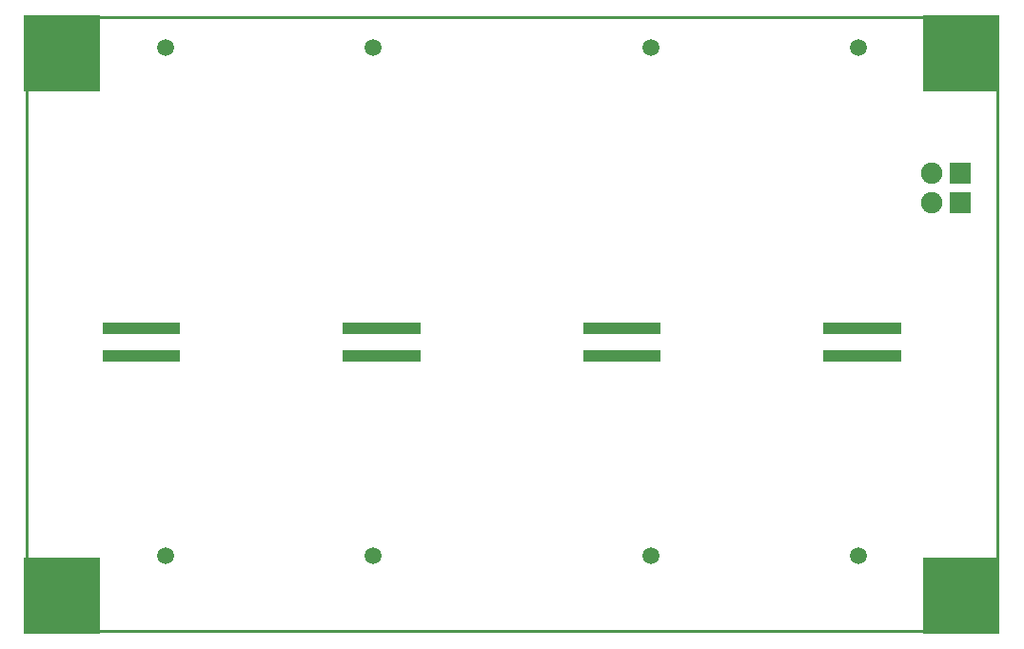
<source format=gbs>
G04 Layer_Color=16711935*
%FSLAX43Y43*%
%MOMM*%
G71*
G01*
G75*
%ADD19C,0.100*%
%ADD20C,0.254*%
%ADD27C,1.900*%
%ADD38R,1.900X1.900*%
%ADD39C,1.516*%
%ADD40R,6.750X6.750*%
%ADD41R,0.630X1.100*%
D19*
X80010Y48260D02*
X86360D01*
X80010D02*
Y54610D01*
Y0D02*
Y6350D01*
X86360D01*
X0Y48260D02*
X6350D01*
Y54610D01*
Y0D02*
Y6350D01*
X0D02*
X6350D01*
D20*
X0Y54610D02*
X86360D01*
Y0D02*
Y54610D01*
X0Y0D02*
X86360D01*
X0D02*
Y54610D01*
D27*
X80550Y40725D02*
D03*
Y38175D02*
D03*
D38*
X83090Y40725D02*
D03*
Y38175D02*
D03*
D39*
X74020Y51950D02*
D03*
X55545D02*
D03*
X30815Y6730D02*
D03*
X12340D02*
D03*
X30815Y51950D02*
D03*
X12340D02*
D03*
X74020Y6730D02*
D03*
X55545D02*
D03*
D40*
X83185Y3175D02*
D03*
Y51435D02*
D03*
X3175D02*
D03*
Y3175D02*
D03*
D41*
X34383Y26975D02*
D03*
X34783D02*
D03*
X33983D02*
D03*
X33583D02*
D03*
X31983D02*
D03*
X32383D02*
D03*
X33183D02*
D03*
X32783D02*
D03*
X29583D02*
D03*
X29983D02*
D03*
X29183D02*
D03*
X28783D02*
D03*
X30383D02*
D03*
X30783D02*
D03*
X31583D02*
D03*
X31183D02*
D03*
X28383D02*
D03*
Y24475D02*
D03*
X31183D02*
D03*
X31583D02*
D03*
X30783D02*
D03*
X30383D02*
D03*
X28783D02*
D03*
X29183D02*
D03*
X29983D02*
D03*
X29583D02*
D03*
X32783D02*
D03*
X33183D02*
D03*
X32383D02*
D03*
X31983D02*
D03*
X33583D02*
D03*
X33983D02*
D03*
X34783D02*
D03*
X34383D02*
D03*
X77150Y26975D02*
D03*
X77550D02*
D03*
X76750D02*
D03*
X76350D02*
D03*
X74750D02*
D03*
X75150D02*
D03*
X75950D02*
D03*
X75550D02*
D03*
X72350D02*
D03*
X72750D02*
D03*
X71950D02*
D03*
X71550D02*
D03*
X73150D02*
D03*
X73550D02*
D03*
X74350D02*
D03*
X73950D02*
D03*
X71150D02*
D03*
Y24475D02*
D03*
X73950D02*
D03*
X74350D02*
D03*
X73550D02*
D03*
X73150D02*
D03*
X71550D02*
D03*
X71950D02*
D03*
X72750D02*
D03*
X72350D02*
D03*
X75550D02*
D03*
X75950D02*
D03*
X75150D02*
D03*
X74750D02*
D03*
X76350D02*
D03*
X76750D02*
D03*
X77550D02*
D03*
X77150D02*
D03*
X13000Y26975D02*
D03*
X13400D02*
D03*
X12600D02*
D03*
X12200D02*
D03*
X10600D02*
D03*
X11000D02*
D03*
X11800D02*
D03*
X11400D02*
D03*
X8200D02*
D03*
X8600D02*
D03*
X7800D02*
D03*
X7400D02*
D03*
X9000D02*
D03*
X9400D02*
D03*
X10200D02*
D03*
X9800D02*
D03*
X7000D02*
D03*
Y24475D02*
D03*
X9800D02*
D03*
X10200D02*
D03*
X9400D02*
D03*
X9000D02*
D03*
X7400D02*
D03*
X7800D02*
D03*
X8600D02*
D03*
X8200D02*
D03*
X11400D02*
D03*
X11800D02*
D03*
X11000D02*
D03*
X10600D02*
D03*
X12200D02*
D03*
X12600D02*
D03*
X13400D02*
D03*
X13000D02*
D03*
X55767Y26975D02*
D03*
X56167D02*
D03*
X55367D02*
D03*
X54967D02*
D03*
X53367D02*
D03*
X53767D02*
D03*
X54567D02*
D03*
X54167D02*
D03*
X50967D02*
D03*
X51367D02*
D03*
X50567D02*
D03*
X50167D02*
D03*
X51767D02*
D03*
X52167D02*
D03*
X52967D02*
D03*
X52567D02*
D03*
X49767D02*
D03*
Y24475D02*
D03*
X52567D02*
D03*
X52967D02*
D03*
X52167D02*
D03*
X51767D02*
D03*
X50167D02*
D03*
X50567D02*
D03*
X51367D02*
D03*
X50967D02*
D03*
X54167D02*
D03*
X54567D02*
D03*
X53767D02*
D03*
X53367D02*
D03*
X54967D02*
D03*
X55367D02*
D03*
X56167D02*
D03*
X55767D02*
D03*
M02*

</source>
